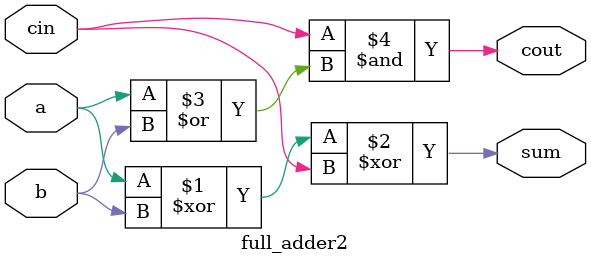
<source format=v>
module full_adder2(a,b,cin,sum,cout);
input a,b,cin;
output sum,cout;
assign sum = a^b^cin;
assign cout = 1'b0|cin&(a|b); 
// initial begin
//     $display("The incorrect adder with and0 and or2 having out/0 and in1/0");
// end   
endmodule
</source>
